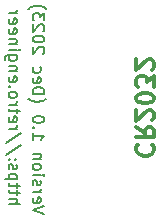
<source format=gbr>
%TF.GenerationSoftware,KiCad,Pcbnew,(6.0.4-0)*%
%TF.CreationDate,2023-12-10T22:35:43+01:00*%
%TF.ProjectId,pcmcia-sram,70636d63-6961-42d7-9372-616d2e6b6963,rev?*%
%TF.SameCoordinates,Original*%
%TF.FileFunction,Legend,Bot*%
%TF.FilePolarity,Positive*%
%FSLAX46Y46*%
G04 Gerber Fmt 4.6, Leading zero omitted, Abs format (unit mm)*
G04 Created by KiCad (PCBNEW (6.0.4-0)) date 2023-12-10 22:35:43*
%MOMM*%
%LPD*%
G01*
G04 APERTURE LIST*
%ADD10C,0.150000*%
%ADD11C,0.300000*%
G04 APERTURE END LIST*
D10*
X170981619Y-97145952D02*
X169981619Y-96812619D01*
X170981619Y-96479285D01*
X170029238Y-95765000D02*
X169981619Y-95860238D01*
X169981619Y-96050714D01*
X170029238Y-96145952D01*
X170124476Y-96193571D01*
X170505428Y-96193571D01*
X170600666Y-96145952D01*
X170648285Y-96050714D01*
X170648285Y-95860238D01*
X170600666Y-95765000D01*
X170505428Y-95717380D01*
X170410190Y-95717380D01*
X170314952Y-96193571D01*
X169981619Y-95288809D02*
X170648285Y-95288809D01*
X170457809Y-95288809D02*
X170553047Y-95241190D01*
X170600666Y-95193571D01*
X170648285Y-95098333D01*
X170648285Y-95003095D01*
X170029238Y-94717380D02*
X169981619Y-94622142D01*
X169981619Y-94431666D01*
X170029238Y-94336428D01*
X170124476Y-94288809D01*
X170172095Y-94288809D01*
X170267333Y-94336428D01*
X170314952Y-94431666D01*
X170314952Y-94574523D01*
X170362571Y-94669761D01*
X170457809Y-94717380D01*
X170505428Y-94717380D01*
X170600666Y-94669761D01*
X170648285Y-94574523D01*
X170648285Y-94431666D01*
X170600666Y-94336428D01*
X169981619Y-93860238D02*
X170648285Y-93860238D01*
X170981619Y-93860238D02*
X170934000Y-93907857D01*
X170886380Y-93860238D01*
X170934000Y-93812619D01*
X170981619Y-93860238D01*
X170886380Y-93860238D01*
X169981619Y-93241190D02*
X170029238Y-93336428D01*
X170076857Y-93384047D01*
X170172095Y-93431666D01*
X170457809Y-93431666D01*
X170553047Y-93384047D01*
X170600666Y-93336428D01*
X170648285Y-93241190D01*
X170648285Y-93098333D01*
X170600666Y-93003095D01*
X170553047Y-92955476D01*
X170457809Y-92907857D01*
X170172095Y-92907857D01*
X170076857Y-92955476D01*
X170029238Y-93003095D01*
X169981619Y-93098333D01*
X169981619Y-93241190D01*
X170648285Y-92479285D02*
X169981619Y-92479285D01*
X170553047Y-92479285D02*
X170600666Y-92431666D01*
X170648285Y-92336428D01*
X170648285Y-92193571D01*
X170600666Y-92098333D01*
X170505428Y-92050714D01*
X169981619Y-92050714D01*
X169981619Y-90288809D02*
X169981619Y-90860238D01*
X169981619Y-90574523D02*
X170981619Y-90574523D01*
X170838761Y-90669761D01*
X170743523Y-90765000D01*
X170695904Y-90860238D01*
X170076857Y-89860238D02*
X170029238Y-89812619D01*
X169981619Y-89860238D01*
X170029238Y-89907857D01*
X170076857Y-89860238D01*
X169981619Y-89860238D01*
X170981619Y-89193571D02*
X170981619Y-89098333D01*
X170934000Y-89003095D01*
X170886380Y-88955476D01*
X170791142Y-88907857D01*
X170600666Y-88860238D01*
X170362571Y-88860238D01*
X170172095Y-88907857D01*
X170076857Y-88955476D01*
X170029238Y-89003095D01*
X169981619Y-89098333D01*
X169981619Y-89193571D01*
X170029238Y-89288809D01*
X170076857Y-89336428D01*
X170172095Y-89384047D01*
X170362571Y-89431666D01*
X170600666Y-89431666D01*
X170791142Y-89384047D01*
X170886380Y-89336428D01*
X170934000Y-89288809D01*
X170981619Y-89193571D01*
X169600666Y-87384047D02*
X169648285Y-87431666D01*
X169791142Y-87526904D01*
X169886380Y-87574523D01*
X170029238Y-87622142D01*
X170267333Y-87669761D01*
X170457809Y-87669761D01*
X170695904Y-87622142D01*
X170838761Y-87574523D01*
X170934000Y-87526904D01*
X171076857Y-87431666D01*
X171124476Y-87384047D01*
X169981619Y-87003095D02*
X170981619Y-87003095D01*
X170981619Y-86765000D01*
X170934000Y-86622142D01*
X170838761Y-86526904D01*
X170743523Y-86479285D01*
X170553047Y-86431666D01*
X170410190Y-86431666D01*
X170219714Y-86479285D01*
X170124476Y-86526904D01*
X170029238Y-86622142D01*
X169981619Y-86765000D01*
X169981619Y-87003095D01*
X170029238Y-85622142D02*
X169981619Y-85717380D01*
X169981619Y-85907857D01*
X170029238Y-86003095D01*
X170124476Y-86050714D01*
X170505428Y-86050714D01*
X170600666Y-86003095D01*
X170648285Y-85907857D01*
X170648285Y-85717380D01*
X170600666Y-85622142D01*
X170505428Y-85574523D01*
X170410190Y-85574523D01*
X170314952Y-86050714D01*
X170029238Y-84717380D02*
X169981619Y-84812619D01*
X169981619Y-85003095D01*
X170029238Y-85098333D01*
X170076857Y-85145952D01*
X170172095Y-85193571D01*
X170457809Y-85193571D01*
X170553047Y-85145952D01*
X170600666Y-85098333D01*
X170648285Y-85003095D01*
X170648285Y-84812619D01*
X170600666Y-84717380D01*
X170886380Y-83574523D02*
X170934000Y-83526904D01*
X170981619Y-83431666D01*
X170981619Y-83193571D01*
X170934000Y-83098333D01*
X170886380Y-83050714D01*
X170791142Y-83003095D01*
X170695904Y-83003095D01*
X170553047Y-83050714D01*
X169981619Y-83622142D01*
X169981619Y-83003095D01*
X170981619Y-82384047D02*
X170981619Y-82288809D01*
X170934000Y-82193571D01*
X170886380Y-82145952D01*
X170791142Y-82098333D01*
X170600666Y-82050714D01*
X170362571Y-82050714D01*
X170172095Y-82098333D01*
X170076857Y-82145952D01*
X170029238Y-82193571D01*
X169981619Y-82288809D01*
X169981619Y-82384047D01*
X170029238Y-82479285D01*
X170076857Y-82526904D01*
X170172095Y-82574523D01*
X170362571Y-82622142D01*
X170600666Y-82622142D01*
X170791142Y-82574523D01*
X170886380Y-82526904D01*
X170934000Y-82479285D01*
X170981619Y-82384047D01*
X170886380Y-81669761D02*
X170934000Y-81622142D01*
X170981619Y-81526904D01*
X170981619Y-81288809D01*
X170934000Y-81193571D01*
X170886380Y-81145952D01*
X170791142Y-81098333D01*
X170695904Y-81098333D01*
X170553047Y-81145952D01*
X169981619Y-81717380D01*
X169981619Y-81098333D01*
X170981619Y-80765000D02*
X170981619Y-80145952D01*
X170600666Y-80479285D01*
X170600666Y-80336428D01*
X170553047Y-80241190D01*
X170505428Y-80193571D01*
X170410190Y-80145952D01*
X170172095Y-80145952D01*
X170076857Y-80193571D01*
X170029238Y-80241190D01*
X169981619Y-80336428D01*
X169981619Y-80622142D01*
X170029238Y-80717380D01*
X170076857Y-80765000D01*
X169600666Y-79812619D02*
X169648285Y-79765000D01*
X169791142Y-79669761D01*
X169886380Y-79622142D01*
X170029238Y-79574523D01*
X170267333Y-79526904D01*
X170457809Y-79526904D01*
X170695904Y-79574523D01*
X170838761Y-79622142D01*
X170934000Y-79669761D01*
X171076857Y-79765000D01*
X171124476Y-79812619D01*
X167949619Y-96280857D02*
X168949619Y-96280857D01*
X167949619Y-95852285D02*
X168473428Y-95852285D01*
X168568666Y-95899904D01*
X168616285Y-95995142D01*
X168616285Y-96138000D01*
X168568666Y-96233238D01*
X168521047Y-96280857D01*
X168616285Y-95518952D02*
X168616285Y-95138000D01*
X168949619Y-95376095D02*
X168092476Y-95376095D01*
X167997238Y-95328476D01*
X167949619Y-95233238D01*
X167949619Y-95138000D01*
X168616285Y-94947523D02*
X168616285Y-94566571D01*
X168949619Y-94804666D02*
X168092476Y-94804666D01*
X167997238Y-94757047D01*
X167949619Y-94661809D01*
X167949619Y-94566571D01*
X168616285Y-94233238D02*
X167616285Y-94233238D01*
X168568666Y-94233238D02*
X168616285Y-94138000D01*
X168616285Y-93947523D01*
X168568666Y-93852285D01*
X168521047Y-93804666D01*
X168425809Y-93757047D01*
X168140095Y-93757047D01*
X168044857Y-93804666D01*
X167997238Y-93852285D01*
X167949619Y-93947523D01*
X167949619Y-94138000D01*
X167997238Y-94233238D01*
X167997238Y-93376095D02*
X167949619Y-93280857D01*
X167949619Y-93090380D01*
X167997238Y-92995142D01*
X168092476Y-92947523D01*
X168140095Y-92947523D01*
X168235333Y-92995142D01*
X168282952Y-93090380D01*
X168282952Y-93233238D01*
X168330571Y-93328476D01*
X168425809Y-93376095D01*
X168473428Y-93376095D01*
X168568666Y-93328476D01*
X168616285Y-93233238D01*
X168616285Y-93090380D01*
X168568666Y-92995142D01*
X168044857Y-92518952D02*
X167997238Y-92471333D01*
X167949619Y-92518952D01*
X167997238Y-92566571D01*
X168044857Y-92518952D01*
X167949619Y-92518952D01*
X168568666Y-92518952D02*
X168521047Y-92471333D01*
X168473428Y-92518952D01*
X168521047Y-92566571D01*
X168568666Y-92518952D01*
X168473428Y-92518952D01*
X168997238Y-91328476D02*
X167711523Y-92185619D01*
X168997238Y-90280857D02*
X167711523Y-91138000D01*
X167949619Y-89947523D02*
X168616285Y-89947523D01*
X168425809Y-89947523D02*
X168521047Y-89899904D01*
X168568666Y-89852285D01*
X168616285Y-89757047D01*
X168616285Y-89661809D01*
X167997238Y-88947523D02*
X167949619Y-89042761D01*
X167949619Y-89233238D01*
X167997238Y-89328476D01*
X168092476Y-89376095D01*
X168473428Y-89376095D01*
X168568666Y-89328476D01*
X168616285Y-89233238D01*
X168616285Y-89042761D01*
X168568666Y-88947523D01*
X168473428Y-88899904D01*
X168378190Y-88899904D01*
X168282952Y-89376095D01*
X168616285Y-88614190D02*
X168616285Y-88233238D01*
X168949619Y-88471333D02*
X168092476Y-88471333D01*
X167997238Y-88423714D01*
X167949619Y-88328476D01*
X167949619Y-88233238D01*
X167949619Y-87899904D02*
X168616285Y-87899904D01*
X168425809Y-87899904D02*
X168521047Y-87852285D01*
X168568666Y-87804666D01*
X168616285Y-87709428D01*
X168616285Y-87614190D01*
X167949619Y-87138000D02*
X167997238Y-87233238D01*
X168044857Y-87280857D01*
X168140095Y-87328476D01*
X168425809Y-87328476D01*
X168521047Y-87280857D01*
X168568666Y-87233238D01*
X168616285Y-87138000D01*
X168616285Y-86995142D01*
X168568666Y-86899904D01*
X168521047Y-86852285D01*
X168425809Y-86804666D01*
X168140095Y-86804666D01*
X168044857Y-86852285D01*
X167997238Y-86899904D01*
X167949619Y-86995142D01*
X167949619Y-87138000D01*
X168044857Y-86376095D02*
X167997238Y-86328476D01*
X167949619Y-86376095D01*
X167997238Y-86423714D01*
X168044857Y-86376095D01*
X167949619Y-86376095D01*
X167997238Y-85518952D02*
X167949619Y-85614190D01*
X167949619Y-85804666D01*
X167997238Y-85899904D01*
X168092476Y-85947523D01*
X168473428Y-85947523D01*
X168568666Y-85899904D01*
X168616285Y-85804666D01*
X168616285Y-85614190D01*
X168568666Y-85518952D01*
X168473428Y-85471333D01*
X168378190Y-85471333D01*
X168282952Y-85947523D01*
X168616285Y-85042761D02*
X167949619Y-85042761D01*
X168521047Y-85042761D02*
X168568666Y-84995142D01*
X168616285Y-84899904D01*
X168616285Y-84757047D01*
X168568666Y-84661809D01*
X168473428Y-84614190D01*
X167949619Y-84614190D01*
X168616285Y-83709428D02*
X167806761Y-83709428D01*
X167711523Y-83757047D01*
X167663904Y-83804666D01*
X167616285Y-83899904D01*
X167616285Y-84042761D01*
X167663904Y-84138000D01*
X167997238Y-83709428D02*
X167949619Y-83804666D01*
X167949619Y-83995142D01*
X167997238Y-84090380D01*
X168044857Y-84138000D01*
X168140095Y-84185619D01*
X168425809Y-84185619D01*
X168521047Y-84138000D01*
X168568666Y-84090380D01*
X168616285Y-83995142D01*
X168616285Y-83804666D01*
X168568666Y-83709428D01*
X167949619Y-83233238D02*
X168616285Y-83233238D01*
X168949619Y-83233238D02*
X168902000Y-83280857D01*
X168854380Y-83233238D01*
X168902000Y-83185619D01*
X168949619Y-83233238D01*
X168854380Y-83233238D01*
X168616285Y-82757047D02*
X167949619Y-82757047D01*
X168521047Y-82757047D02*
X168568666Y-82709428D01*
X168616285Y-82614190D01*
X168616285Y-82471333D01*
X168568666Y-82376095D01*
X168473428Y-82328476D01*
X167949619Y-82328476D01*
X167997238Y-81471333D02*
X167949619Y-81566571D01*
X167949619Y-81757047D01*
X167997238Y-81852285D01*
X168092476Y-81899904D01*
X168473428Y-81899904D01*
X168568666Y-81852285D01*
X168616285Y-81757047D01*
X168616285Y-81566571D01*
X168568666Y-81471333D01*
X168473428Y-81423714D01*
X168378190Y-81423714D01*
X168282952Y-81899904D01*
X167997238Y-80614190D02*
X167949619Y-80709428D01*
X167949619Y-80899904D01*
X167997238Y-80995142D01*
X168092476Y-81042761D01*
X168473428Y-81042761D01*
X168568666Y-80995142D01*
X168616285Y-80899904D01*
X168616285Y-80709428D01*
X168568666Y-80614190D01*
X168473428Y-80566571D01*
X168378190Y-80566571D01*
X168282952Y-81042761D01*
X167949619Y-80138000D02*
X168616285Y-80138000D01*
X168425809Y-80138000D02*
X168521047Y-80090380D01*
X168568666Y-80042761D01*
X168616285Y-79947523D01*
X168616285Y-79852285D01*
D11*
X178915285Y-91280857D02*
X178843857Y-91352285D01*
X178772428Y-91566571D01*
X178772428Y-91709428D01*
X178843857Y-91923714D01*
X178986714Y-92066571D01*
X179129571Y-92138000D01*
X179415285Y-92209428D01*
X179629571Y-92209428D01*
X179915285Y-92138000D01*
X180058142Y-92066571D01*
X180201000Y-91923714D01*
X180272428Y-91709428D01*
X180272428Y-91566571D01*
X180201000Y-91352285D01*
X180129571Y-91280857D01*
X178772428Y-89780857D02*
X179486714Y-90280857D01*
X178772428Y-90638000D02*
X180272428Y-90638000D01*
X180272428Y-90066571D01*
X180201000Y-89923714D01*
X180129571Y-89852285D01*
X179986714Y-89780857D01*
X179772428Y-89780857D01*
X179629571Y-89852285D01*
X179558142Y-89923714D01*
X179486714Y-90066571D01*
X179486714Y-90638000D01*
X180129571Y-89209428D02*
X180201000Y-89138000D01*
X180272428Y-88995142D01*
X180272428Y-88638000D01*
X180201000Y-88495142D01*
X180129571Y-88423714D01*
X179986714Y-88352285D01*
X179843857Y-88352285D01*
X179629571Y-88423714D01*
X178772428Y-89280857D01*
X178772428Y-88352285D01*
X180272428Y-87423714D02*
X180272428Y-87280857D01*
X180201000Y-87138000D01*
X180129571Y-87066571D01*
X179986714Y-86995142D01*
X179701000Y-86923714D01*
X179343857Y-86923714D01*
X179058142Y-86995142D01*
X178915285Y-87066571D01*
X178843857Y-87138000D01*
X178772428Y-87280857D01*
X178772428Y-87423714D01*
X178843857Y-87566571D01*
X178915285Y-87638000D01*
X179058142Y-87709428D01*
X179343857Y-87780857D01*
X179701000Y-87780857D01*
X179986714Y-87709428D01*
X180129571Y-87638000D01*
X180201000Y-87566571D01*
X180272428Y-87423714D01*
X180272428Y-86423714D02*
X180272428Y-85495142D01*
X179701000Y-85995142D01*
X179701000Y-85780857D01*
X179629571Y-85638000D01*
X179558142Y-85566571D01*
X179415285Y-85495142D01*
X179058142Y-85495142D01*
X178915285Y-85566571D01*
X178843857Y-85638000D01*
X178772428Y-85780857D01*
X178772428Y-86209428D01*
X178843857Y-86352285D01*
X178915285Y-86423714D01*
X180129571Y-84923714D02*
X180201000Y-84852285D01*
X180272428Y-84709428D01*
X180272428Y-84352285D01*
X180201000Y-84209428D01*
X180129571Y-84138000D01*
X179986714Y-84066571D01*
X179843857Y-84066571D01*
X179629571Y-84138000D01*
X178772428Y-84995142D01*
X178772428Y-84066571D01*
M02*

</source>
